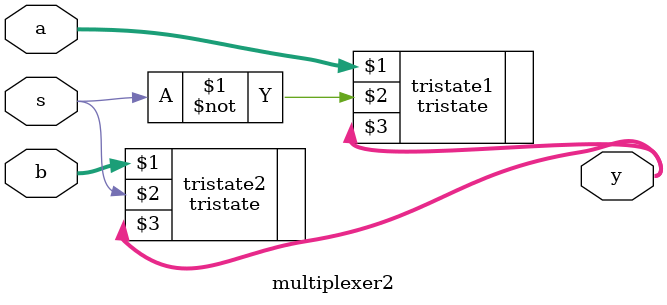
<source format=v>
`include "./tristate.v"
module multiplexer2 (input [3:0] a, b,
                     input        s,
                     output [3:0] y);
    
    tristate tristate1(a, ~s, y);
    tristate tristate2(b, s, y);
endmodule // multiplexer2

</source>
